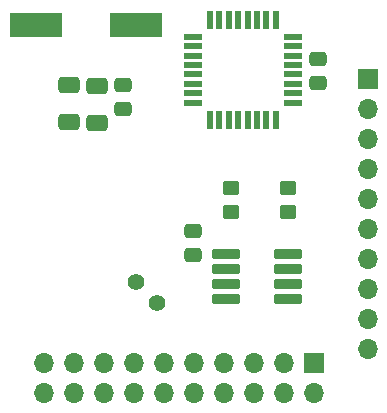
<source format=gbr>
%TF.GenerationSoftware,KiCad,Pcbnew,7.0.6*%
%TF.CreationDate,2023-09-03T22:14:53+02:00*%
%TF.ProjectId,pqunit,7071756e-6974-42e6-9b69-6361645f7063,rev?*%
%TF.SameCoordinates,Original*%
%TF.FileFunction,Soldermask,Bot*%
%TF.FilePolarity,Negative*%
%FSLAX46Y46*%
G04 Gerber Fmt 4.6, Leading zero omitted, Abs format (unit mm)*
G04 Created by KiCad (PCBNEW 7.0.6) date 2023-09-03 22:14:53*
%MOMM*%
%LPD*%
G01*
G04 APERTURE LIST*
G04 Aperture macros list*
%AMRoundRect*
0 Rectangle with rounded corners*
0 $1 Rounding radius*
0 $2 $3 $4 $5 $6 $7 $8 $9 X,Y pos of 4 corners*
0 Add a 4 corners polygon primitive as box body*
4,1,4,$2,$3,$4,$5,$6,$7,$8,$9,$2,$3,0*
0 Add four circle primitives for the rounded corners*
1,1,$1+$1,$2,$3*
1,1,$1+$1,$4,$5*
1,1,$1+$1,$6,$7*
1,1,$1+$1,$8,$9*
0 Add four rect primitives between the rounded corners*
20,1,$1+$1,$2,$3,$4,$5,0*
20,1,$1+$1,$4,$5,$6,$7,0*
20,1,$1+$1,$6,$7,$8,$9,0*
20,1,$1+$1,$8,$9,$2,$3,0*%
G04 Aperture macros list end*
%ADD10RoundRect,0.250000X-0.650000X0.412500X-0.650000X-0.412500X0.650000X-0.412500X0.650000X0.412500X0*%
%ADD11C,1.400000*%
%ADD12R,1.700000X1.700000*%
%ADD13O,1.700000X1.700000*%
%ADD14RoundRect,0.250000X-0.450000X0.350000X-0.450000X-0.350000X0.450000X-0.350000X0.450000X0.350000X0*%
%ADD15RoundRect,0.250000X-0.475000X0.337500X-0.475000X-0.337500X0.475000X-0.337500X0.475000X0.337500X0*%
%ADD16R,1.600000X0.550000*%
%ADD17R,0.550000X1.600000*%
%ADD18R,4.500000X2.000000*%
%ADD19RoundRect,0.102000X-1.104900X0.304800X-1.104900X-0.304800X1.104900X-0.304800X1.104900X0.304800X0*%
%ADD20RoundRect,0.250000X0.475000X-0.337500X0.475000X0.337500X-0.475000X0.337500X-0.475000X-0.337500X0*%
G04 APERTURE END LIST*
D10*
%TO.C,C1*%
X136012900Y-100895600D03*
X136012900Y-104020600D03*
%TD*%
D11*
%TO.C,JP1*%
X139243817Y-117513117D03*
X141039868Y-119309168D03*
%TD*%
D12*
%TO.C,J1*%
X154350000Y-124390000D03*
D13*
X154350000Y-126930000D03*
X151810000Y-124390000D03*
X151810000Y-126930000D03*
X149270000Y-124390000D03*
X149270000Y-126930000D03*
X146730000Y-124390000D03*
X146730000Y-126930000D03*
X144190000Y-124390000D03*
X144190000Y-126930000D03*
X141650000Y-124390000D03*
X141650000Y-126930000D03*
X139110000Y-124390000D03*
X139110000Y-126930000D03*
X136570000Y-124390000D03*
X136570000Y-126930000D03*
X134030000Y-124390000D03*
X134030000Y-126930000D03*
X131490000Y-124390000D03*
X131490000Y-126930000D03*
%TD*%
D12*
%TO.C,J2*%
X158923700Y-100363000D03*
D13*
X158923700Y-102903000D03*
X158923700Y-105443000D03*
X158923700Y-107983000D03*
X158923700Y-110523000D03*
X158923700Y-113063000D03*
X158923700Y-115603000D03*
X158923700Y-118143000D03*
X158923700Y-120683000D03*
X158923700Y-123223000D03*
%TD*%
D10*
%TO.C,C2*%
X133625300Y-100871000D03*
X133625300Y-103996000D03*
%TD*%
D14*
%TO.C,R4*%
X147290500Y-109557800D03*
X147290500Y-111557800D03*
%TD*%
D15*
%TO.C,C5*%
X138197300Y-100820200D03*
X138197300Y-102895200D03*
%TD*%
D16*
%TO.C,U1*%
X144068000Y-102350000D03*
X144068000Y-101550000D03*
X144068000Y-100750000D03*
X144068000Y-99950000D03*
X144068000Y-99150000D03*
X144068000Y-98350000D03*
X144068000Y-97550000D03*
X144068000Y-96750000D03*
D17*
X145518000Y-95300000D03*
X146318000Y-95300000D03*
X147118000Y-95300000D03*
X147918000Y-95300000D03*
X148718000Y-95300000D03*
X149518000Y-95300000D03*
X150318000Y-95300000D03*
X151118000Y-95300000D03*
D16*
X152568000Y-96750000D03*
X152568000Y-97550000D03*
X152568000Y-98350000D03*
X152568000Y-99150000D03*
X152568000Y-99950000D03*
X152568000Y-100750000D03*
X152568000Y-101550000D03*
X152568000Y-102350000D03*
D17*
X151118000Y-103800000D03*
X150318000Y-103800000D03*
X149518000Y-103800000D03*
X148718000Y-103800000D03*
X147918000Y-103800000D03*
X147118000Y-103800000D03*
X146318000Y-103800000D03*
X145518000Y-103800000D03*
%TD*%
D18*
%TO.C,Y1*%
X130789500Y-95791000D03*
X139289500Y-95791000D03*
%TD*%
D19*
%TO.C,U5*%
X152116500Y-115145800D03*
X152116500Y-116415800D03*
X152116500Y-117685800D03*
X152116500Y-118955800D03*
X146884100Y-118955800D03*
X146884100Y-117685800D03*
X146884100Y-116415800D03*
X146884100Y-115145800D03*
%TD*%
D15*
%TO.C,C4*%
X154707300Y-98636900D03*
X154707300Y-100711900D03*
%TD*%
D20*
%TO.C,C9*%
X144140900Y-115268900D03*
X144140900Y-113193900D03*
%TD*%
D14*
%TO.C,R3*%
X152116500Y-109573800D03*
X152116500Y-111573800D03*
%TD*%
M02*

</source>
